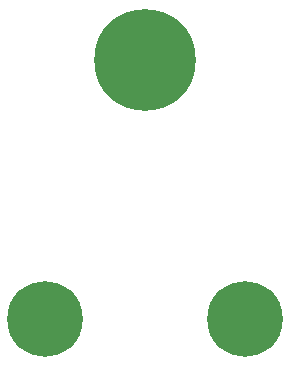
<source format=gbl>
G04 #@! TF.GenerationSoftware,KiCad,Pcbnew,8.0.5*
G04 #@! TF.CreationDate,2024-10-10T12:39:46+02:00*
G04 #@! TF.ProjectId,LED_SINGLE_Board,4c45445f-5349-44e4-974c-455f426f6172,rev?*
G04 #@! TF.SameCoordinates,Original*
G04 #@! TF.FileFunction,Copper,L2,Bot*
G04 #@! TF.FilePolarity,Positive*
%FSLAX46Y46*%
G04 Gerber Fmt 4.6, Leading zero omitted, Abs format (unit mm)*
G04 Created by KiCad (PCBNEW 8.0.5) date 2024-10-10 12:39:46*
%MOMM*%
%LPD*%
G01*
G04 APERTURE LIST*
G04 #@! TA.AperFunction,ComponentPad*
%ADD10C,8.600000*%
G04 #@! TD*
G04 #@! TA.AperFunction,ComponentPad*
%ADD11C,6.400000*%
G04 #@! TD*
G04 APERTURE END LIST*
D10*
X43500000Y-68500000D03*
D11*
X35000000Y-90500000D03*
X52000000Y-90500000D03*
M02*

</source>
